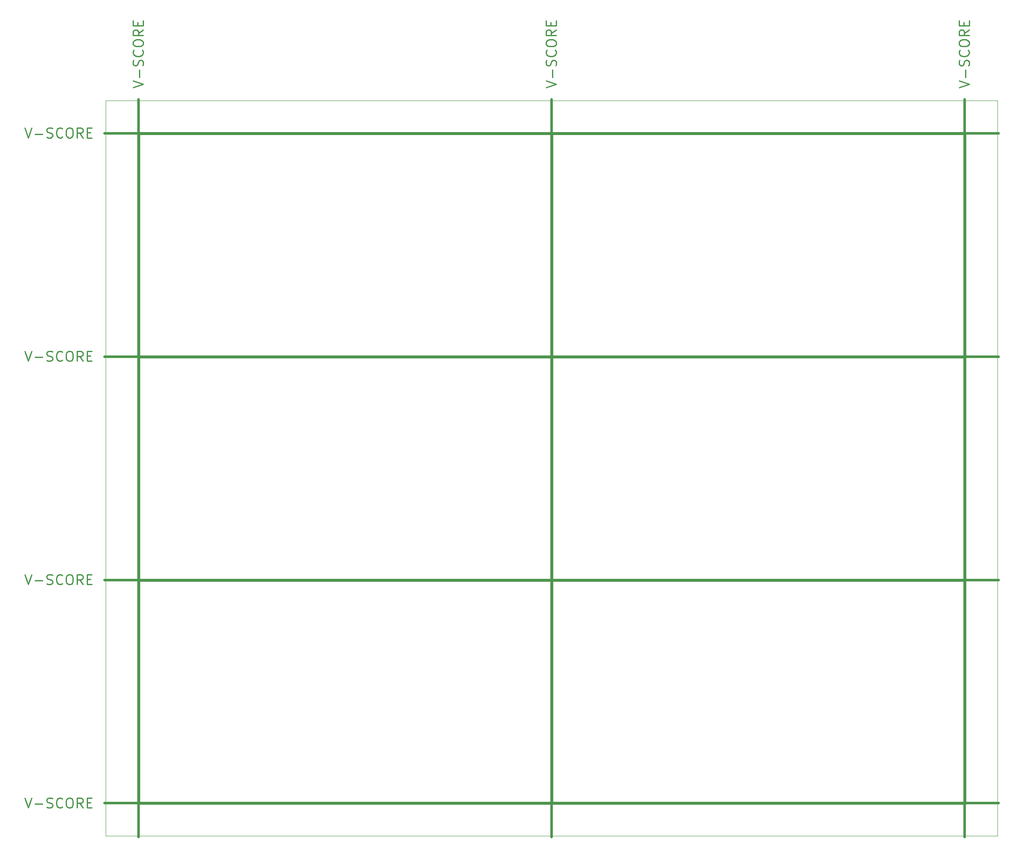
<source format=gko>
%TF.GenerationSoftware,KiCad,Pcbnew,7.0.10*%
%TF.CreationDate,2024-03-13T14:29:21-06:00*%
%TF.ProjectId,SparkFun Indoor Air Quality Sensor - SCD41 SEN55_panelized,53706172-6b46-4756-9e20-496e646f6f72,v10*%
%TF.SameCoordinates,Original*%
%TF.FileFunction,Soldermask,Bot*%
%TF.FilePolarity,Negative*%
%FSLAX46Y46*%
G04 Gerber Fmt 4.6, Leading zero omitted, Abs format (unit mm)*
G04 Created by KiCad (PCBNEW 7.0.10) date 2024-03-13 14:29:21*
%MOMM*%
%LPD*%
G01*
G04 APERTURE LIST*
%TA.AperFunction,Profile*%
%ADD10C,0.100000*%
%TD*%
%ADD11C,0.250000*%
%ADD12C,0.500000*%
G04 APERTURE END LIST*
D10*
X-500000Y-500000D02*
X-500000Y134850000D01*
X166100000Y-500000D02*
X-500000Y-500000D01*
X166100000Y134850000D02*
X166100000Y-500000D01*
X-500000Y134850000D02*
X166100000Y134850000D01*
X-6850000Y-6850000D02*
X-6850000Y141200000D01*
X172450000Y-6850000D02*
X-6850000Y-6850000D01*
X172450000Y141200000D02*
X172450000Y-6850000D01*
X-6850000Y141200000D02*
X172450000Y141200000D01*
X165600000Y108696000D02*
X165600000Y100314000D01*
X165600000Y89900000D01*
X83050000Y89900000D01*
X83050000Y134350000D01*
X165600000Y134350000D01*
X165600000Y108696000D01*
X165600000Y63746000D02*
X165600000Y55364000D01*
X165600000Y44950000D01*
X83050000Y44950000D01*
X83050000Y89400000D01*
X165600000Y89400000D01*
X165600000Y63746000D01*
X165600000Y18796000D02*
X165600000Y10414000D01*
X165600000Y0D01*
X83050000Y0D01*
X83050000Y44450000D01*
X165600000Y44450000D01*
X165600000Y18796000D01*
X82550000Y108696000D02*
X82550000Y100314000D01*
X82550000Y89900000D01*
X0Y89900000D01*
X0Y134350000D01*
X82550000Y134350000D01*
X82550000Y108696000D01*
X82550000Y63746000D02*
X82550000Y55364000D01*
X82550000Y44950000D01*
X0Y44950000D01*
X0Y89400000D01*
X82550000Y89400000D01*
X82550000Y63746000D01*
X82550000Y18796000D02*
X82550000Y10414000D01*
X82550000Y0D01*
X0Y0D01*
X0Y44450000D01*
X82550000Y44450000D01*
X82550000Y18796000D01*
D11*
X-23073997Y837762D02*
X-22407331Y-1162238D01*
X-22407331Y-1162238D02*
X-21740664Y837762D01*
X-21073997Y-400333D02*
X-19550187Y-400333D01*
X-18693045Y-1067000D02*
X-18407331Y-1162238D01*
X-18407331Y-1162238D02*
X-17931140Y-1162238D01*
X-17931140Y-1162238D02*
X-17740664Y-1067000D01*
X-17740664Y-1067000D02*
X-17645426Y-971761D01*
X-17645426Y-971761D02*
X-17550188Y-781285D01*
X-17550188Y-781285D02*
X-17550188Y-590809D01*
X-17550188Y-590809D02*
X-17645426Y-400333D01*
X-17645426Y-400333D02*
X-17740664Y-305095D01*
X-17740664Y-305095D02*
X-17931140Y-209857D01*
X-17931140Y-209857D02*
X-18312093Y-114619D01*
X-18312093Y-114619D02*
X-18502569Y-19380D01*
X-18502569Y-19380D02*
X-18597807Y75858D01*
X-18597807Y75858D02*
X-18693045Y266334D01*
X-18693045Y266334D02*
X-18693045Y456810D01*
X-18693045Y456810D02*
X-18597807Y647286D01*
X-18597807Y647286D02*
X-18502569Y742524D01*
X-18502569Y742524D02*
X-18312093Y837762D01*
X-18312093Y837762D02*
X-17835902Y837762D01*
X-17835902Y837762D02*
X-17550188Y742524D01*
X-15550188Y-971761D02*
X-15645426Y-1067000D01*
X-15645426Y-1067000D02*
X-15931140Y-1162238D01*
X-15931140Y-1162238D02*
X-16121616Y-1162238D01*
X-16121616Y-1162238D02*
X-16407331Y-1067000D01*
X-16407331Y-1067000D02*
X-16597807Y-876523D01*
X-16597807Y-876523D02*
X-16693045Y-686047D01*
X-16693045Y-686047D02*
X-16788283Y-305095D01*
X-16788283Y-305095D02*
X-16788283Y-19380D01*
X-16788283Y-19380D02*
X-16693045Y361572D01*
X-16693045Y361572D02*
X-16597807Y552048D01*
X-16597807Y552048D02*
X-16407331Y742524D01*
X-16407331Y742524D02*
X-16121616Y837762D01*
X-16121616Y837762D02*
X-15931140Y837762D01*
X-15931140Y837762D02*
X-15645426Y742524D01*
X-15645426Y742524D02*
X-15550188Y647286D01*
X-14312093Y837762D02*
X-13931140Y837762D01*
X-13931140Y837762D02*
X-13740664Y742524D01*
X-13740664Y742524D02*
X-13550188Y552048D01*
X-13550188Y552048D02*
X-13454950Y171096D01*
X-13454950Y171096D02*
X-13454950Y-495571D01*
X-13454950Y-495571D02*
X-13550188Y-876523D01*
X-13550188Y-876523D02*
X-13740664Y-1067000D01*
X-13740664Y-1067000D02*
X-13931140Y-1162238D01*
X-13931140Y-1162238D02*
X-14312093Y-1162238D01*
X-14312093Y-1162238D02*
X-14502569Y-1067000D01*
X-14502569Y-1067000D02*
X-14693045Y-876523D01*
X-14693045Y-876523D02*
X-14788283Y-495571D01*
X-14788283Y-495571D02*
X-14788283Y171096D01*
X-14788283Y171096D02*
X-14693045Y552048D01*
X-14693045Y552048D02*
X-14502569Y742524D01*
X-14502569Y742524D02*
X-14312093Y837762D01*
X-11454950Y-1162238D02*
X-12121617Y-209857D01*
X-12597807Y-1162238D02*
X-12597807Y837762D01*
X-12597807Y837762D02*
X-11835902Y837762D01*
X-11835902Y837762D02*
X-11645426Y742524D01*
X-11645426Y742524D02*
X-11550188Y647286D01*
X-11550188Y647286D02*
X-11454950Y456810D01*
X-11454950Y456810D02*
X-11454950Y171096D01*
X-11454950Y171096D02*
X-11550188Y-19380D01*
X-11550188Y-19380D02*
X-11645426Y-114619D01*
X-11645426Y-114619D02*
X-11835902Y-209857D01*
X-11835902Y-209857D02*
X-12597807Y-209857D01*
X-10597807Y-114619D02*
X-9931140Y-114619D01*
X-9645426Y-1162238D02*
X-10597807Y-1162238D01*
X-10597807Y-1162238D02*
X-10597807Y837762D01*
X-10597807Y837762D02*
X-9645426Y837762D01*
D12*
X-7100000Y-250000D02*
X172700000Y-250000D01*
D11*
X-23073997Y45787762D02*
X-22407331Y43787762D01*
X-22407331Y43787762D02*
X-21740664Y45787762D01*
X-21073997Y44549667D02*
X-19550187Y44549667D01*
X-18693045Y43883000D02*
X-18407331Y43787762D01*
X-18407331Y43787762D02*
X-17931140Y43787762D01*
X-17931140Y43787762D02*
X-17740664Y43883000D01*
X-17740664Y43883000D02*
X-17645426Y43978239D01*
X-17645426Y43978239D02*
X-17550188Y44168715D01*
X-17550188Y44168715D02*
X-17550188Y44359191D01*
X-17550188Y44359191D02*
X-17645426Y44549667D01*
X-17645426Y44549667D02*
X-17740664Y44644905D01*
X-17740664Y44644905D02*
X-17931140Y44740143D01*
X-17931140Y44740143D02*
X-18312093Y44835381D01*
X-18312093Y44835381D02*
X-18502569Y44930620D01*
X-18502569Y44930620D02*
X-18597807Y45025858D01*
X-18597807Y45025858D02*
X-18693045Y45216334D01*
X-18693045Y45216334D02*
X-18693045Y45406810D01*
X-18693045Y45406810D02*
X-18597807Y45597286D01*
X-18597807Y45597286D02*
X-18502569Y45692524D01*
X-18502569Y45692524D02*
X-18312093Y45787762D01*
X-18312093Y45787762D02*
X-17835902Y45787762D01*
X-17835902Y45787762D02*
X-17550188Y45692524D01*
X-15550188Y43978239D02*
X-15645426Y43883000D01*
X-15645426Y43883000D02*
X-15931140Y43787762D01*
X-15931140Y43787762D02*
X-16121616Y43787762D01*
X-16121616Y43787762D02*
X-16407331Y43883000D01*
X-16407331Y43883000D02*
X-16597807Y44073477D01*
X-16597807Y44073477D02*
X-16693045Y44263953D01*
X-16693045Y44263953D02*
X-16788283Y44644905D01*
X-16788283Y44644905D02*
X-16788283Y44930620D01*
X-16788283Y44930620D02*
X-16693045Y45311572D01*
X-16693045Y45311572D02*
X-16597807Y45502048D01*
X-16597807Y45502048D02*
X-16407331Y45692524D01*
X-16407331Y45692524D02*
X-16121616Y45787762D01*
X-16121616Y45787762D02*
X-15931140Y45787762D01*
X-15931140Y45787762D02*
X-15645426Y45692524D01*
X-15645426Y45692524D02*
X-15550188Y45597286D01*
X-14312093Y45787762D02*
X-13931140Y45787762D01*
X-13931140Y45787762D02*
X-13740664Y45692524D01*
X-13740664Y45692524D02*
X-13550188Y45502048D01*
X-13550188Y45502048D02*
X-13454950Y45121096D01*
X-13454950Y45121096D02*
X-13454950Y44454429D01*
X-13454950Y44454429D02*
X-13550188Y44073477D01*
X-13550188Y44073477D02*
X-13740664Y43883000D01*
X-13740664Y43883000D02*
X-13931140Y43787762D01*
X-13931140Y43787762D02*
X-14312093Y43787762D01*
X-14312093Y43787762D02*
X-14502569Y43883000D01*
X-14502569Y43883000D02*
X-14693045Y44073477D01*
X-14693045Y44073477D02*
X-14788283Y44454429D01*
X-14788283Y44454429D02*
X-14788283Y45121096D01*
X-14788283Y45121096D02*
X-14693045Y45502048D01*
X-14693045Y45502048D02*
X-14502569Y45692524D01*
X-14502569Y45692524D02*
X-14312093Y45787762D01*
X-11454950Y43787762D02*
X-12121617Y44740143D01*
X-12597807Y43787762D02*
X-12597807Y45787762D01*
X-12597807Y45787762D02*
X-11835902Y45787762D01*
X-11835902Y45787762D02*
X-11645426Y45692524D01*
X-11645426Y45692524D02*
X-11550188Y45597286D01*
X-11550188Y45597286D02*
X-11454950Y45406810D01*
X-11454950Y45406810D02*
X-11454950Y45121096D01*
X-11454950Y45121096D02*
X-11550188Y44930620D01*
X-11550188Y44930620D02*
X-11645426Y44835381D01*
X-11645426Y44835381D02*
X-11835902Y44740143D01*
X-11835902Y44740143D02*
X-12597807Y44740143D01*
X-10597807Y44835381D02*
X-9931140Y44835381D01*
X-9645426Y43787762D02*
X-10597807Y43787762D01*
X-10597807Y43787762D02*
X-10597807Y45787762D01*
X-10597807Y45787762D02*
X-9645426Y45787762D01*
D12*
X-7100000Y44700000D02*
X172700000Y44700000D01*
D11*
X-23073997Y90737762D02*
X-22407331Y88737762D01*
X-22407331Y88737762D02*
X-21740664Y90737762D01*
X-21073997Y89499667D02*
X-19550187Y89499667D01*
X-18693045Y88833000D02*
X-18407331Y88737762D01*
X-18407331Y88737762D02*
X-17931140Y88737762D01*
X-17931140Y88737762D02*
X-17740664Y88833000D01*
X-17740664Y88833000D02*
X-17645426Y88928239D01*
X-17645426Y88928239D02*
X-17550188Y89118715D01*
X-17550188Y89118715D02*
X-17550188Y89309191D01*
X-17550188Y89309191D02*
X-17645426Y89499667D01*
X-17645426Y89499667D02*
X-17740664Y89594905D01*
X-17740664Y89594905D02*
X-17931140Y89690143D01*
X-17931140Y89690143D02*
X-18312093Y89785381D01*
X-18312093Y89785381D02*
X-18502569Y89880620D01*
X-18502569Y89880620D02*
X-18597807Y89975858D01*
X-18597807Y89975858D02*
X-18693045Y90166334D01*
X-18693045Y90166334D02*
X-18693045Y90356810D01*
X-18693045Y90356810D02*
X-18597807Y90547286D01*
X-18597807Y90547286D02*
X-18502569Y90642524D01*
X-18502569Y90642524D02*
X-18312093Y90737762D01*
X-18312093Y90737762D02*
X-17835902Y90737762D01*
X-17835902Y90737762D02*
X-17550188Y90642524D01*
X-15550188Y88928239D02*
X-15645426Y88833000D01*
X-15645426Y88833000D02*
X-15931140Y88737762D01*
X-15931140Y88737762D02*
X-16121616Y88737762D01*
X-16121616Y88737762D02*
X-16407331Y88833000D01*
X-16407331Y88833000D02*
X-16597807Y89023477D01*
X-16597807Y89023477D02*
X-16693045Y89213953D01*
X-16693045Y89213953D02*
X-16788283Y89594905D01*
X-16788283Y89594905D02*
X-16788283Y89880620D01*
X-16788283Y89880620D02*
X-16693045Y90261572D01*
X-16693045Y90261572D02*
X-16597807Y90452048D01*
X-16597807Y90452048D02*
X-16407331Y90642524D01*
X-16407331Y90642524D02*
X-16121616Y90737762D01*
X-16121616Y90737762D02*
X-15931140Y90737762D01*
X-15931140Y90737762D02*
X-15645426Y90642524D01*
X-15645426Y90642524D02*
X-15550188Y90547286D01*
X-14312093Y90737762D02*
X-13931140Y90737762D01*
X-13931140Y90737762D02*
X-13740664Y90642524D01*
X-13740664Y90642524D02*
X-13550188Y90452048D01*
X-13550188Y90452048D02*
X-13454950Y90071096D01*
X-13454950Y90071096D02*
X-13454950Y89404429D01*
X-13454950Y89404429D02*
X-13550188Y89023477D01*
X-13550188Y89023477D02*
X-13740664Y88833000D01*
X-13740664Y88833000D02*
X-13931140Y88737762D01*
X-13931140Y88737762D02*
X-14312093Y88737762D01*
X-14312093Y88737762D02*
X-14502569Y88833000D01*
X-14502569Y88833000D02*
X-14693045Y89023477D01*
X-14693045Y89023477D02*
X-14788283Y89404429D01*
X-14788283Y89404429D02*
X-14788283Y90071096D01*
X-14788283Y90071096D02*
X-14693045Y90452048D01*
X-14693045Y90452048D02*
X-14502569Y90642524D01*
X-14502569Y90642524D02*
X-14312093Y90737762D01*
X-11454950Y88737762D02*
X-12121617Y89690143D01*
X-12597807Y88737762D02*
X-12597807Y90737762D01*
X-12597807Y90737762D02*
X-11835902Y90737762D01*
X-11835902Y90737762D02*
X-11645426Y90642524D01*
X-11645426Y90642524D02*
X-11550188Y90547286D01*
X-11550188Y90547286D02*
X-11454950Y90356810D01*
X-11454950Y90356810D02*
X-11454950Y90071096D01*
X-11454950Y90071096D02*
X-11550188Y89880620D01*
X-11550188Y89880620D02*
X-11645426Y89785381D01*
X-11645426Y89785381D02*
X-11835902Y89690143D01*
X-11835902Y89690143D02*
X-12597807Y89690143D01*
X-10597807Y89785381D02*
X-9931140Y89785381D01*
X-9645426Y88737762D02*
X-10597807Y88737762D01*
X-10597807Y88737762D02*
X-10597807Y90737762D01*
X-10597807Y90737762D02*
X-9645426Y90737762D01*
D12*
X-7100000Y89650000D02*
X172700000Y89650000D01*
D11*
X-23073997Y135687761D02*
X-22407331Y133687761D01*
X-22407331Y133687761D02*
X-21740664Y135687761D01*
X-21073997Y134449666D02*
X-19550187Y134449666D01*
X-18693045Y133783000D02*
X-18407331Y133687761D01*
X-18407331Y133687761D02*
X-17931140Y133687761D01*
X-17931140Y133687761D02*
X-17740664Y133783000D01*
X-17740664Y133783000D02*
X-17645426Y133878238D01*
X-17645426Y133878238D02*
X-17550188Y134068714D01*
X-17550188Y134068714D02*
X-17550188Y134259190D01*
X-17550188Y134259190D02*
X-17645426Y134449666D01*
X-17645426Y134449666D02*
X-17740664Y134544904D01*
X-17740664Y134544904D02*
X-17931140Y134640142D01*
X-17931140Y134640142D02*
X-18312093Y134735380D01*
X-18312093Y134735380D02*
X-18502569Y134830619D01*
X-18502569Y134830619D02*
X-18597807Y134925857D01*
X-18597807Y134925857D02*
X-18693045Y135116333D01*
X-18693045Y135116333D02*
X-18693045Y135306809D01*
X-18693045Y135306809D02*
X-18597807Y135497285D01*
X-18597807Y135497285D02*
X-18502569Y135592523D01*
X-18502569Y135592523D02*
X-18312093Y135687761D01*
X-18312093Y135687761D02*
X-17835902Y135687761D01*
X-17835902Y135687761D02*
X-17550188Y135592523D01*
X-15550188Y133878238D02*
X-15645426Y133783000D01*
X-15645426Y133783000D02*
X-15931140Y133687761D01*
X-15931140Y133687761D02*
X-16121616Y133687761D01*
X-16121616Y133687761D02*
X-16407331Y133783000D01*
X-16407331Y133783000D02*
X-16597807Y133973476D01*
X-16597807Y133973476D02*
X-16693045Y134163952D01*
X-16693045Y134163952D02*
X-16788283Y134544904D01*
X-16788283Y134544904D02*
X-16788283Y134830619D01*
X-16788283Y134830619D02*
X-16693045Y135211571D01*
X-16693045Y135211571D02*
X-16597807Y135402047D01*
X-16597807Y135402047D02*
X-16407331Y135592523D01*
X-16407331Y135592523D02*
X-16121616Y135687761D01*
X-16121616Y135687761D02*
X-15931140Y135687761D01*
X-15931140Y135687761D02*
X-15645426Y135592523D01*
X-15645426Y135592523D02*
X-15550188Y135497285D01*
X-14312093Y135687761D02*
X-13931140Y135687761D01*
X-13931140Y135687761D02*
X-13740664Y135592523D01*
X-13740664Y135592523D02*
X-13550188Y135402047D01*
X-13550188Y135402047D02*
X-13454950Y135021095D01*
X-13454950Y135021095D02*
X-13454950Y134354428D01*
X-13454950Y134354428D02*
X-13550188Y133973476D01*
X-13550188Y133973476D02*
X-13740664Y133783000D01*
X-13740664Y133783000D02*
X-13931140Y133687761D01*
X-13931140Y133687761D02*
X-14312093Y133687761D01*
X-14312093Y133687761D02*
X-14502569Y133783000D01*
X-14502569Y133783000D02*
X-14693045Y133973476D01*
X-14693045Y133973476D02*
X-14788283Y134354428D01*
X-14788283Y134354428D02*
X-14788283Y135021095D01*
X-14788283Y135021095D02*
X-14693045Y135402047D01*
X-14693045Y135402047D02*
X-14502569Y135592523D01*
X-14502569Y135592523D02*
X-14312093Y135687761D01*
X-11454950Y133687761D02*
X-12121617Y134640142D01*
X-12597807Y133687761D02*
X-12597807Y135687761D01*
X-12597807Y135687761D02*
X-11835902Y135687761D01*
X-11835902Y135687761D02*
X-11645426Y135592523D01*
X-11645426Y135592523D02*
X-11550188Y135497285D01*
X-11550188Y135497285D02*
X-11454950Y135306809D01*
X-11454950Y135306809D02*
X-11454950Y135021095D01*
X-11454950Y135021095D02*
X-11550188Y134830619D01*
X-11550188Y134830619D02*
X-11645426Y134735380D01*
X-11645426Y134735380D02*
X-11835902Y134640142D01*
X-11835902Y134640142D02*
X-12597807Y134640142D01*
X-10597807Y134735380D02*
X-9931140Y134735380D01*
X-9645426Y133687761D02*
X-10597807Y133687761D01*
X-10597807Y133687761D02*
X-10597807Y135687761D01*
X-10597807Y135687761D02*
X-9645426Y135687761D01*
D12*
X-7100000Y134600000D02*
X172700000Y134600000D01*
D11*
X164762238Y143804949D02*
X166762238Y144471615D01*
X166762238Y144471615D02*
X164762238Y145138282D01*
X166000333Y145804949D02*
X166000333Y147328759D01*
X166667000Y148185901D02*
X166762238Y148471615D01*
X166762238Y148471615D02*
X166762238Y148947806D01*
X166762238Y148947806D02*
X166667000Y149138282D01*
X166667000Y149138282D02*
X166571761Y149233520D01*
X166571761Y149233520D02*
X166381285Y149328758D01*
X166381285Y149328758D02*
X166190809Y149328758D01*
X166190809Y149328758D02*
X166000333Y149233520D01*
X166000333Y149233520D02*
X165905095Y149138282D01*
X165905095Y149138282D02*
X165809857Y148947806D01*
X165809857Y148947806D02*
X165714619Y148566853D01*
X165714619Y148566853D02*
X165619380Y148376377D01*
X165619380Y148376377D02*
X165524142Y148281139D01*
X165524142Y148281139D02*
X165333666Y148185901D01*
X165333666Y148185901D02*
X165143190Y148185901D01*
X165143190Y148185901D02*
X164952714Y148281139D01*
X164952714Y148281139D02*
X164857476Y148376377D01*
X164857476Y148376377D02*
X164762238Y148566853D01*
X164762238Y148566853D02*
X164762238Y149043044D01*
X164762238Y149043044D02*
X164857476Y149328758D01*
X166571761Y151328758D02*
X166667000Y151233520D01*
X166667000Y151233520D02*
X166762238Y150947806D01*
X166762238Y150947806D02*
X166762238Y150757330D01*
X166762238Y150757330D02*
X166667000Y150471615D01*
X166667000Y150471615D02*
X166476523Y150281139D01*
X166476523Y150281139D02*
X166286047Y150185901D01*
X166286047Y150185901D02*
X165905095Y150090663D01*
X165905095Y150090663D02*
X165619380Y150090663D01*
X165619380Y150090663D02*
X165238428Y150185901D01*
X165238428Y150185901D02*
X165047952Y150281139D01*
X165047952Y150281139D02*
X164857476Y150471615D01*
X164857476Y150471615D02*
X164762238Y150757330D01*
X164762238Y150757330D02*
X164762238Y150947806D01*
X164762238Y150947806D02*
X164857476Y151233520D01*
X164857476Y151233520D02*
X164952714Y151328758D01*
X164762238Y152566853D02*
X164762238Y152947806D01*
X164762238Y152947806D02*
X164857476Y153138282D01*
X164857476Y153138282D02*
X165047952Y153328758D01*
X165047952Y153328758D02*
X165428904Y153423996D01*
X165428904Y153423996D02*
X166095571Y153423996D01*
X166095571Y153423996D02*
X166476523Y153328758D01*
X166476523Y153328758D02*
X166667000Y153138282D01*
X166667000Y153138282D02*
X166762238Y152947806D01*
X166762238Y152947806D02*
X166762238Y152566853D01*
X166762238Y152566853D02*
X166667000Y152376377D01*
X166667000Y152376377D02*
X166476523Y152185901D01*
X166476523Y152185901D02*
X166095571Y152090663D01*
X166095571Y152090663D02*
X165428904Y152090663D01*
X165428904Y152090663D02*
X165047952Y152185901D01*
X165047952Y152185901D02*
X164857476Y152376377D01*
X164857476Y152376377D02*
X164762238Y152566853D01*
X166762238Y155423996D02*
X165809857Y154757329D01*
X166762238Y154281139D02*
X164762238Y154281139D01*
X164762238Y154281139D02*
X164762238Y155043044D01*
X164762238Y155043044D02*
X164857476Y155233520D01*
X164857476Y155233520D02*
X164952714Y155328758D01*
X164952714Y155328758D02*
X165143190Y155423996D01*
X165143190Y155423996D02*
X165428904Y155423996D01*
X165428904Y155423996D02*
X165619380Y155328758D01*
X165619380Y155328758D02*
X165714619Y155233520D01*
X165714619Y155233520D02*
X165809857Y155043044D01*
X165809857Y155043044D02*
X165809857Y154281139D01*
X165714619Y156281139D02*
X165714619Y156947806D01*
X166762238Y157233520D02*
X166762238Y156281139D01*
X166762238Y156281139D02*
X164762238Y156281139D01*
X164762238Y156281139D02*
X164762238Y157233520D01*
D12*
X165850000Y141450000D02*
X165850000Y-7100000D01*
D11*
X81712238Y143804949D02*
X83712238Y144471615D01*
X83712238Y144471615D02*
X81712238Y145138282D01*
X82950333Y145804949D02*
X82950333Y147328759D01*
X83617000Y148185901D02*
X83712238Y148471615D01*
X83712238Y148471615D02*
X83712238Y148947806D01*
X83712238Y148947806D02*
X83617000Y149138282D01*
X83617000Y149138282D02*
X83521761Y149233520D01*
X83521761Y149233520D02*
X83331285Y149328758D01*
X83331285Y149328758D02*
X83140809Y149328758D01*
X83140809Y149328758D02*
X82950333Y149233520D01*
X82950333Y149233520D02*
X82855095Y149138282D01*
X82855095Y149138282D02*
X82759857Y148947806D01*
X82759857Y148947806D02*
X82664619Y148566853D01*
X82664619Y148566853D02*
X82569380Y148376377D01*
X82569380Y148376377D02*
X82474142Y148281139D01*
X82474142Y148281139D02*
X82283666Y148185901D01*
X82283666Y148185901D02*
X82093190Y148185901D01*
X82093190Y148185901D02*
X81902714Y148281139D01*
X81902714Y148281139D02*
X81807476Y148376377D01*
X81807476Y148376377D02*
X81712238Y148566853D01*
X81712238Y148566853D02*
X81712238Y149043044D01*
X81712238Y149043044D02*
X81807476Y149328758D01*
X83521761Y151328758D02*
X83617000Y151233520D01*
X83617000Y151233520D02*
X83712238Y150947806D01*
X83712238Y150947806D02*
X83712238Y150757330D01*
X83712238Y150757330D02*
X83617000Y150471615D01*
X83617000Y150471615D02*
X83426523Y150281139D01*
X83426523Y150281139D02*
X83236047Y150185901D01*
X83236047Y150185901D02*
X82855095Y150090663D01*
X82855095Y150090663D02*
X82569380Y150090663D01*
X82569380Y150090663D02*
X82188428Y150185901D01*
X82188428Y150185901D02*
X81997952Y150281139D01*
X81997952Y150281139D02*
X81807476Y150471615D01*
X81807476Y150471615D02*
X81712238Y150757330D01*
X81712238Y150757330D02*
X81712238Y150947806D01*
X81712238Y150947806D02*
X81807476Y151233520D01*
X81807476Y151233520D02*
X81902714Y151328758D01*
X81712238Y152566853D02*
X81712238Y152947806D01*
X81712238Y152947806D02*
X81807476Y153138282D01*
X81807476Y153138282D02*
X81997952Y153328758D01*
X81997952Y153328758D02*
X82378904Y153423996D01*
X82378904Y153423996D02*
X83045571Y153423996D01*
X83045571Y153423996D02*
X83426523Y153328758D01*
X83426523Y153328758D02*
X83617000Y153138282D01*
X83617000Y153138282D02*
X83712238Y152947806D01*
X83712238Y152947806D02*
X83712238Y152566853D01*
X83712238Y152566853D02*
X83617000Y152376377D01*
X83617000Y152376377D02*
X83426523Y152185901D01*
X83426523Y152185901D02*
X83045571Y152090663D01*
X83045571Y152090663D02*
X82378904Y152090663D01*
X82378904Y152090663D02*
X81997952Y152185901D01*
X81997952Y152185901D02*
X81807476Y152376377D01*
X81807476Y152376377D02*
X81712238Y152566853D01*
X83712238Y155423996D02*
X82759857Y154757329D01*
X83712238Y154281139D02*
X81712238Y154281139D01*
X81712238Y154281139D02*
X81712238Y155043044D01*
X81712238Y155043044D02*
X81807476Y155233520D01*
X81807476Y155233520D02*
X81902714Y155328758D01*
X81902714Y155328758D02*
X82093190Y155423996D01*
X82093190Y155423996D02*
X82378904Y155423996D01*
X82378904Y155423996D02*
X82569380Y155328758D01*
X82569380Y155328758D02*
X82664619Y155233520D01*
X82664619Y155233520D02*
X82759857Y155043044D01*
X82759857Y155043044D02*
X82759857Y154281139D01*
X82664619Y156281139D02*
X82664619Y156947806D01*
X83712238Y157233520D02*
X83712238Y156281139D01*
X83712238Y156281139D02*
X81712238Y156281139D01*
X81712238Y156281139D02*
X81712238Y157233520D01*
D12*
X82800000Y141450000D02*
X82800000Y-7100000D01*
D11*
X-1337762Y143804949D02*
X662238Y144471615D01*
X662238Y144471615D02*
X-1337762Y145138282D01*
X-99667Y145804949D02*
X-99667Y147328759D01*
X567000Y148185901D02*
X662238Y148471615D01*
X662238Y148471615D02*
X662238Y148947806D01*
X662238Y148947806D02*
X567000Y149138282D01*
X567000Y149138282D02*
X471761Y149233520D01*
X471761Y149233520D02*
X281285Y149328758D01*
X281285Y149328758D02*
X90809Y149328758D01*
X90809Y149328758D02*
X-99667Y149233520D01*
X-99667Y149233520D02*
X-194905Y149138282D01*
X-194905Y149138282D02*
X-290143Y148947806D01*
X-290143Y148947806D02*
X-385381Y148566853D01*
X-385381Y148566853D02*
X-480620Y148376377D01*
X-480620Y148376377D02*
X-575858Y148281139D01*
X-575858Y148281139D02*
X-766334Y148185901D01*
X-766334Y148185901D02*
X-956810Y148185901D01*
X-956810Y148185901D02*
X-1147286Y148281139D01*
X-1147286Y148281139D02*
X-1242524Y148376377D01*
X-1242524Y148376377D02*
X-1337762Y148566853D01*
X-1337762Y148566853D02*
X-1337762Y149043044D01*
X-1337762Y149043044D02*
X-1242524Y149328758D01*
X471761Y151328758D02*
X567000Y151233520D01*
X567000Y151233520D02*
X662238Y150947806D01*
X662238Y150947806D02*
X662238Y150757330D01*
X662238Y150757330D02*
X567000Y150471615D01*
X567000Y150471615D02*
X376523Y150281139D01*
X376523Y150281139D02*
X186047Y150185901D01*
X186047Y150185901D02*
X-194905Y150090663D01*
X-194905Y150090663D02*
X-480620Y150090663D01*
X-480620Y150090663D02*
X-861572Y150185901D01*
X-861572Y150185901D02*
X-1052048Y150281139D01*
X-1052048Y150281139D02*
X-1242524Y150471615D01*
X-1242524Y150471615D02*
X-1337762Y150757330D01*
X-1337762Y150757330D02*
X-1337762Y150947806D01*
X-1337762Y150947806D02*
X-1242524Y151233520D01*
X-1242524Y151233520D02*
X-1147286Y151328758D01*
X-1337762Y152566853D02*
X-1337762Y152947806D01*
X-1337762Y152947806D02*
X-1242524Y153138282D01*
X-1242524Y153138282D02*
X-1052048Y153328758D01*
X-1052048Y153328758D02*
X-671096Y153423996D01*
X-671096Y153423996D02*
X-4429Y153423996D01*
X-4429Y153423996D02*
X376523Y153328758D01*
X376523Y153328758D02*
X567000Y153138282D01*
X567000Y153138282D02*
X662238Y152947806D01*
X662238Y152947806D02*
X662238Y152566853D01*
X662238Y152566853D02*
X567000Y152376377D01*
X567000Y152376377D02*
X376523Y152185901D01*
X376523Y152185901D02*
X-4429Y152090663D01*
X-4429Y152090663D02*
X-671096Y152090663D01*
X-671096Y152090663D02*
X-1052048Y152185901D01*
X-1052048Y152185901D02*
X-1242524Y152376377D01*
X-1242524Y152376377D02*
X-1337762Y152566853D01*
X662238Y155423996D02*
X-290143Y154757329D01*
X662238Y154281139D02*
X-1337762Y154281139D01*
X-1337762Y154281139D02*
X-1337762Y155043044D01*
X-1337762Y155043044D02*
X-1242524Y155233520D01*
X-1242524Y155233520D02*
X-1147286Y155328758D01*
X-1147286Y155328758D02*
X-956810Y155423996D01*
X-956810Y155423996D02*
X-671096Y155423996D01*
X-671096Y155423996D02*
X-480620Y155328758D01*
X-480620Y155328758D02*
X-385381Y155233520D01*
X-385381Y155233520D02*
X-290143Y155043044D01*
X-290143Y155043044D02*
X-290143Y154281139D01*
X-385381Y156281139D02*
X-385381Y156947806D01*
X662238Y157233520D02*
X662238Y156281139D01*
X662238Y156281139D02*
X-1337762Y156281139D01*
X-1337762Y156281139D02*
X-1337762Y157233520D01*
D12*
X-250000Y141450000D02*
X-250000Y-7100000D01*
M02*

</source>
